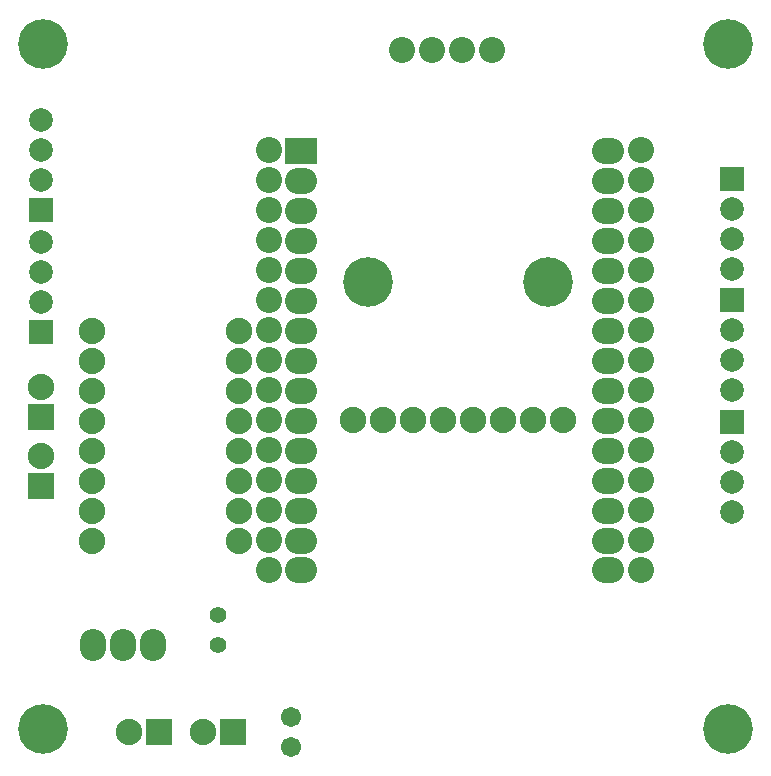
<source format=gts>
G04*
G04 #@! TF.GenerationSoftware,Altium Limited,Altium Designer,18.1.1 (9)*
G04*
G04 Layer_Color=8388736*
%FSLAX44Y44*%
%MOMM*%
G71*
G01*
G75*
%ADD17C,2.2352*%
%ADD18C,1.4032*%
%ADD19C,2.2032*%
%ADD20O,2.7032X2.2032*%
%ADD21R,2.7032X2.2032*%
%ADD22O,2.2032X2.7032*%
%ADD23C,1.7032*%
%ADD24C,2.0032*%
%ADD25R,2.0032X2.0032*%
%ADD26R,2.2352X2.2352*%
%ADD27R,2.2352X2.2352*%
%ADD28C,4.2032*%
D17*
X297180Y295910D02*
D03*
X322580D02*
D03*
X347980D02*
D03*
X373380D02*
D03*
X398780D02*
D03*
X424180D02*
D03*
X449580D02*
D03*
X474980D02*
D03*
X76200Y372050D02*
D03*
Y346650D02*
D03*
Y321250D02*
D03*
Y295850D02*
D03*
Y270450D02*
D03*
Y245050D02*
D03*
Y219650D02*
D03*
Y194250D02*
D03*
X200660D02*
D03*
Y219650D02*
D03*
Y245050D02*
D03*
Y270450D02*
D03*
Y295850D02*
D03*
Y321250D02*
D03*
Y346650D02*
D03*
Y372050D02*
D03*
X33020Y265430D02*
D03*
Y323850D02*
D03*
X107950Y32460D02*
D03*
X170180D02*
D03*
D18*
X182880Y130810D02*
D03*
Y105410D02*
D03*
D19*
X226060Y524510D02*
D03*
Y499110D02*
D03*
Y473710D02*
D03*
Y448310D02*
D03*
Y422910D02*
D03*
Y397510D02*
D03*
Y372110D02*
D03*
Y346710D02*
D03*
Y321310D02*
D03*
Y295910D02*
D03*
Y270510D02*
D03*
Y245110D02*
D03*
Y219710D02*
D03*
Y194310D02*
D03*
Y168910D02*
D03*
X541020Y524510D02*
D03*
Y499110D02*
D03*
Y473710D02*
D03*
Y448310D02*
D03*
Y422910D02*
D03*
Y397510D02*
D03*
Y372110D02*
D03*
Y346710D02*
D03*
Y321310D02*
D03*
Y295910D02*
D03*
Y270510D02*
D03*
Y245110D02*
D03*
Y219710D02*
D03*
Y194310D02*
D03*
Y168910D02*
D03*
X339090Y609600D02*
D03*
X364490D02*
D03*
X389890D02*
D03*
X415290D02*
D03*
D20*
X513080Y168910D02*
D03*
Y194250D02*
D03*
Y219590D02*
D03*
Y244930D02*
D03*
Y270270D02*
D03*
Y295610D02*
D03*
Y320950D02*
D03*
Y346290D02*
D03*
Y371630D02*
D03*
Y396970D02*
D03*
Y422310D02*
D03*
Y447650D02*
D03*
Y472990D02*
D03*
Y498330D02*
D03*
Y523670D02*
D03*
X253080Y168910D02*
D03*
Y194250D02*
D03*
Y219590D02*
D03*
Y244930D02*
D03*
Y270270D02*
D03*
Y295610D02*
D03*
Y320950D02*
D03*
Y346290D02*
D03*
Y371630D02*
D03*
Y396970D02*
D03*
Y422310D02*
D03*
Y447650D02*
D03*
Y472990D02*
D03*
Y498330D02*
D03*
D21*
Y523670D02*
D03*
D22*
X128270Y105410D02*
D03*
X102870D02*
D03*
X77470D02*
D03*
D23*
X245110Y44450D02*
D03*
Y19050D02*
D03*
D24*
X618490Y424180D02*
D03*
Y474980D02*
D03*
Y449580D02*
D03*
Y321310D02*
D03*
Y372110D02*
D03*
Y346710D02*
D03*
Y218440D02*
D03*
Y269240D02*
D03*
Y243840D02*
D03*
X33020Y447040D02*
D03*
Y396240D02*
D03*
Y421640D02*
D03*
Y549910D02*
D03*
Y499110D02*
D03*
Y524510D02*
D03*
D25*
X618490Y500380D02*
D03*
Y397510D02*
D03*
Y294640D02*
D03*
X33020Y370840D02*
D03*
Y473710D02*
D03*
D26*
Y240030D02*
D03*
Y298450D02*
D03*
D27*
X133350Y32460D02*
D03*
X195580D02*
D03*
D28*
X35000Y35000D02*
D03*
Y615000D02*
D03*
X615000Y35000D02*
D03*
X462280Y412750D02*
D03*
X309880D02*
D03*
X615000Y615000D02*
D03*
M02*

</source>
